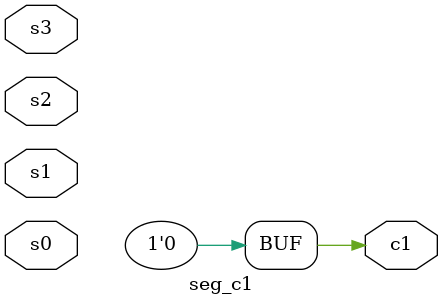
<source format=v>
module seg_c1 (c1, s3, s2, s1, s0);

    input s3, s2, s1, s0;
    output c1;

    
/*
c1(s3, s2, s1, s0) = 0
*/
    // Termos da função
    and (c1, s1, 1'b0);

endmodule

</source>
